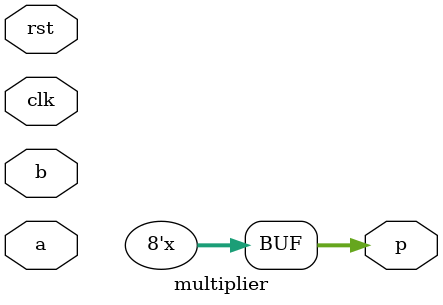
<source format=v>
`timescale 1ns / 1ps


module multiplier(a, b, clk, rst, p);
    input [3:0] a,b;
    input rst, clk;
    output reg [7:0] p;
    
   // output [2:0] st;
    
    parameter S0_idle = 0 , S1_multiply = 1 , S2_update_result = 2 ;
    reg [2:0] current_state, next_state;
    
    reg [7:0] partial_product;
    reg [7:0] multiplicand;
    reg [2:0] shift_count;
    reg [3:0] operand_bb;
    
    always @(posedge clk or posedge rst)
    begin
    if(rst==1)
        current_state <= S0_idle;// when reset=1, reset the CS of the FSM to "S0" CS
    else
        current_state <= next_state; // otherwise, next CS
    end
    
    // assign st <= current_state;
    
    always @ (*) begin
        case(current_state)
        S0_idle: begin
            partial_product <= 8'b0;
            shift_count <= 3'b0;
            multiplicand <= {4'b0, a};
            operand_bb <= b;
            next_state = S1_multiply;
            end
            
        S1_multiply: begin
            if((operand_bb[0]==0) && (shift_count < 4)) begin
            partial_product <= partial_product;
            shift_count <= shift_count + 1;
            multiplicand <= multiplicand << 1;
            operand_bb <= operand_bb >> 1;
            end
            else if((operand_bb[0]==1) && (shift_count <4)) begin
            partial_product <= partial_product + multiplicand;
            shift_count <= shift_count + 1;
            multiplicand <= multiplicand << 1;
            operand_bb <= operand_bb >> 1;
            end
            else begin
            next_state = S2_update_result;
            end
            end
    
        S2_update_result: begin
            if(shift_count==4) begin
            next_state = S0_idle;
            p <= partial_product;
            end
            else begin
            next_state = S1_multiply;
            end
    end
    endcase
    end
    
     
endmodule

</source>
